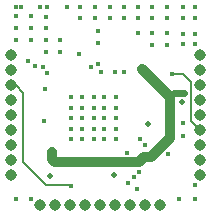
<source format=gbr>
G04 EAGLE Gerber RS-274X export*
G75*
%MOMM*%
%FSLAX34Y34*%
%LPD*%
%INCopper Layer 15*%
%IPPOS*%
%AMOC8*
5,1,8,0,0,1.08239X$1,22.5*%
G01*
%ADD10C,0.975000*%
%ADD11C,0.403200*%
%ADD12C,0.503200*%
%ADD13C,0.812800*%
%ADD14C,0.609600*%
%ADD15C,0.152400*%
%ADD16C,0.200000*%


D10*
X77994Y127D03*
X65294Y127D03*
X52594Y127D03*
X39894Y127D03*
X27194Y127D03*
X90694Y127D03*
X103394Y127D03*
X116094Y127D03*
X128794Y127D03*
X2159Y76327D03*
X2159Y89027D03*
X2159Y101727D03*
X2159Y114427D03*
X2159Y127127D03*
X2159Y63627D03*
X2159Y50927D03*
X2159Y38227D03*
X2159Y25527D03*
X162598Y76410D03*
X162598Y89110D03*
X162598Y101810D03*
X162598Y114510D03*
X162598Y127210D03*
X162598Y63710D03*
X162598Y51010D03*
X162598Y38310D03*
X162598Y25610D03*
D11*
X158260Y158800D03*
X158260Y145030D03*
X6790Y160030D03*
X6790Y150030D03*
X6790Y140030D03*
X19290Y160030D03*
X19290Y150030D03*
X19290Y140030D03*
X72190Y73510D03*
X62030Y73510D03*
X53140Y73510D03*
X81080Y73510D03*
X91240Y73510D03*
X81080Y64620D03*
X81080Y55730D03*
X91240Y64620D03*
X91240Y55730D03*
X72190Y64620D03*
X72190Y55730D03*
X62030Y55730D03*
X62030Y64620D03*
X53140Y55730D03*
X53140Y64620D03*
X53140Y82400D03*
X53140Y91290D03*
X62030Y82400D03*
X62030Y91290D03*
X72190Y82400D03*
X81080Y82400D03*
X91240Y82400D03*
X72190Y91290D03*
X91240Y91290D03*
X81080Y91290D03*
X73260Y158600D03*
X75800Y147170D03*
X75800Y137010D03*
X85760Y158600D03*
X98260Y158600D03*
X109450Y158600D03*
X121910Y158600D03*
X134370Y158600D03*
X148100Y158600D03*
X134370Y145900D03*
X121910Y145900D03*
X109450Y145900D03*
X148100Y145030D03*
X60760Y158600D03*
D12*
X118110Y68580D03*
X147320Y87630D03*
D11*
X31990Y140030D03*
X43420Y140030D03*
D12*
X89487Y25805D03*
D11*
X6790Y5410D03*
X19290Y5410D03*
X158260Y5330D03*
X158260Y16760D03*
X144290Y5330D03*
X135640Y43030D03*
X30720Y98120D03*
X59490Y128120D03*
X75800Y119230D03*
D12*
X34938Y24922D03*
D11*
X121910Y135740D03*
X134370Y135740D03*
X148100Y136140D03*
X158260Y136140D03*
X148340Y58270D03*
X148340Y69700D03*
X60760Y167490D03*
X73260Y167490D03*
X85760Y167490D03*
X98260Y167490D03*
X109450Y167490D03*
X121910Y167490D03*
X134370Y167490D03*
X148100Y167490D03*
X158260Y167690D03*
X6790Y167650D03*
X49330Y167490D03*
X32820Y167490D03*
X26720Y167583D03*
X31990Y150190D03*
X31990Y159080D03*
X11145Y167564D03*
X31990Y129870D03*
X43420Y129870D03*
D12*
X120650Y40640D03*
X113030Y115570D03*
D13*
X136930Y91670D02*
X136930Y56920D01*
X136930Y91670D02*
X113030Y115570D01*
D11*
X148590Y95250D03*
D14*
X140510Y95250D01*
X136930Y91670D01*
D12*
X36830Y39370D03*
D13*
X39370Y36830D01*
D12*
X117628Y112140D03*
X36628Y45064D03*
D13*
X36628Y39572D02*
X36830Y39370D01*
X36628Y39572D02*
X36628Y45064D01*
D12*
X113905Y40827D03*
D13*
X110725Y36830D02*
X39370Y36830D01*
X114535Y40640D02*
X120650Y40640D01*
X114535Y40640D02*
X110725Y36830D01*
X120650Y40640D02*
X136930Y56920D01*
D11*
X97790Y113030D03*
X90170Y113030D03*
X78740Y113030D03*
X69850Y116840D03*
X16510Y121920D03*
X22860Y118110D03*
X29210Y116840D03*
X33020Y111760D03*
X30480Y71120D03*
X109220Y13970D03*
X101680Y19050D03*
X106090Y23630D03*
X110490Y27940D03*
X100330Y44450D03*
X115570Y50800D03*
X111760Y55880D03*
X139000Y111059D03*
D15*
X154940Y71368D02*
X162598Y63710D01*
X148021Y111059D02*
X139000Y111059D01*
X154940Y104140D02*
X154940Y71368D01*
X154940Y104140D02*
X148021Y111059D01*
D11*
X52820Y16052D03*
D16*
X52820Y16942D01*
X12700Y36403D02*
X12700Y95250D01*
X6223Y101727D01*
X32161Y16942D02*
X52820Y16942D01*
X32161Y16942D02*
X12700Y36403D01*
X6223Y101727D02*
X2159Y101727D01*
M02*

</source>
